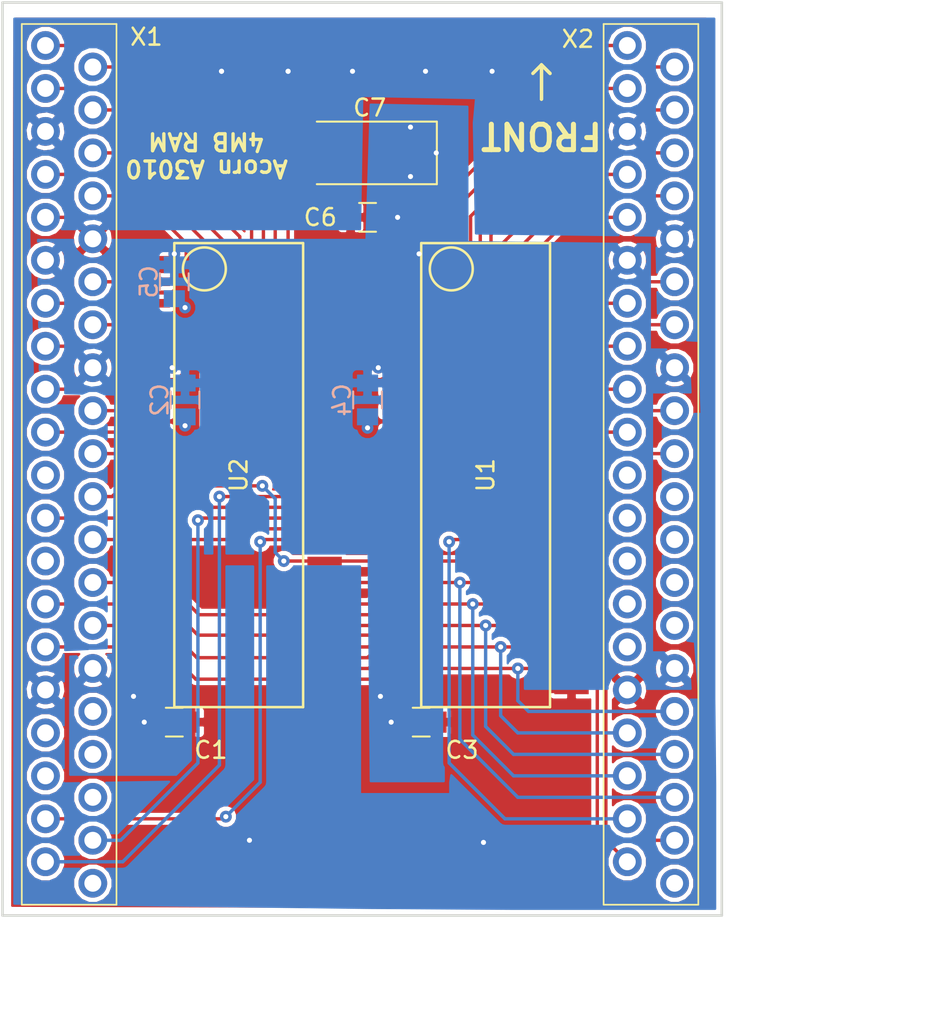
<source format=kicad_pcb>
(kicad_pcb (version 4) (host pcbnew 4.0.7)
  (layers (0 F.Cu signal) (31 B.Cu signal) (34 B.Paste user) (35 F.Paste user) (36 B.SilkS user) (37 F.SilkS user) (38 B.Mask user hide) (39 F.Mask user) (44 Edge.Cuts user))
  (net 0 "")
  (net 1 /D8)
  (net 2 /D9)
  (net 3 /D10)
  (net 4 /D11)
  (net 5 /D13)
  (net 6 /D12)
  (net 7 /D14)
  (net 8 /D15)
  (net 9 /D2)
  (net 10 /D0)
  (net 11 /D1)
  (net 12 /D3)
  (net 13 /D6)
  (net 14 /A1)
  (net 15 /~RAS)
  (net 16 /D4)
  (net 17 /A2)
  (net 18 "Net-(X1-Pad25)")
  (net 19 /A9)
  (net 20 /A4)
  (net 21 /D5)
  (net 22 /D7)
  (net 23 "Net-(X1-Pad21)")
  (net 24 /~WE)
  (net 25 /A0)
  (net 26 /A3)
  (net 27 /~OE)
  (net 28 /A6)
  (net 29 /A8)
  (net 30 /~CAS0)
  (net 31 "Net-(X1-Pad40)")
  (net 32 /A7)
  (net 33 /A5)
  (net 34 /~CAS1)
  (net 35 /~CAS3)
  (net 36 "Net-(X2-Pad40)")
  (net 37 /~CAS2)
  (net 38 "Net-(X2-Pad21)")
  (net 39 /D23)
  (net 40 /D21)
  (net 41 "Net-(X2-Pad25)")
  (net 42 /D20)
  (net 43 /D22)
  (net 44 /D19)
  (net 45 /D17)
  (net 46 /D16)
  (net 47 /D18)
  (net 48 /D31)
  (net 49 /D30)
  (net 50 /D28)
  (net 51 /D29)
  (net 52 /D27)
  (net 53 /D26)
  (net 54 /D25)
  (net 55 /D24)
  (net 56 VSS)
  (net 57 VCC)
  (net 58 "Net-(U1-Pad15)")
  (net 59 "Net-(U1-Pad16)")
  (net 60 "Net-(U2-Pad16)")
  (net 61 "Net-(U2-Pad15)")
  (net 62 "Net-(X1-Pad32)")
  (net 63 "Net-(X1-Pad34)")
  (net 64 "Net-(X1-Pad36)")
  (net 65 "Net-(X1-Pad35)")
  (net 66 "Net-(X1-Pad33)")
  (net 67 "Net-(X2-Pad22)")
  (net 68 "Net-(X2-Pad23)")
  (net 69 "Net-(X2-Pad24)")
  (net 70 "Net-(X2-Pad29)")
  (net 71 "Net-(X2-Pad26)")
  (net 72 "Net-(X2-Pad28)")
  (net 73 "Net-(X2-Pad27)")
  (module VIA-0.6mm (layer F.Cu) (at 148.336 77.724)
    (fp_text reference "" hide)
    (fp_text value VIA-0.6mm hide)
    (pad 1 thru_hole circle (at 0 0) (size 0.6 0.6) (drill 0.3) (layers *.Cu) (net 56 VSS))
  )
  (module VIA-0.6mm (layer F.Cu) (at 140.081 77.724)
    (fp_text reference "" hide)
    (fp_text value VIA-0.6mm hide)
    (pad 1 thru_hole circle (at 0 0) (size 0.6 0.6) (drill 0.3) (layers *.Cu) (net 56 VSS))
  )
  (module VIA-0.6mm (layer F.Cu) (at 144.399 77.724)
    (fp_text reference "" hide)
    (fp_text value VIA-0.6mm hide)
    (pad 1 thru_hole circle (at 0 0) (size 0.6 0.6) (drill 0.3) (layers *.Cu) (net 56 VSS))
  )
  (module VIA-0.6mm (layer F.Cu) (at 132.334 77.724)
    (fp_text reference "" hide)
    (fp_text value VIA-0.6mm hide)
    (pad 1 thru_hole circle (at 0 0) (size 0.6 0.6) (drill 0.3) (layers *.Cu) (net 56 VSS))
  )
  (module VIA-0.6mm (layer F.Cu) (at 136.271 77.724)
    (fp_text reference "" hide)
    (fp_text value VIA-0.6mm hide)
    (pad 1 thru_hole circle (at 0 0) (size 0.6 0.6) (drill 0.3) (layers *.Cu) (net 56 VSS))
  )
  (module VIA-0.6mm (layer F.Cu) (at 136.271 77.724)
    (fp_text reference "" hide)
    (fp_text value VIA-0.6mm hide)
    (pad 1 thru_hole circle (at 0 0) (size 0.6 0.6) (drill 0.3) (layers *.Cu) (net 56 VSS))
  )
  (module VIA-0.6mm (layer F.Cu) (at 147.828 123.317)
    (fp_text reference "" hide)
    (fp_text value VIA-0.6mm hide)
    (pad 1 thru_hole circle (at 0 0) (size 0.6 0.6) (drill 0.3) (layers *.Cu) (net 56 VSS))
  )
  (module VIA-0.6mm (layer F.Cu) (at 132.334 77.724)
    (fp_text reference "" hide)
    (fp_text value VIA-0.6mm hide)
    (pad 1 thru_hole circle (at 0 0) (size 0.6 0.6) (drill 0.3) (layers *.Cu) (net 56 VSS))
  )
  (module VIA-0.6mm (layer F.Cu) (at 133.985 123.19)
    (fp_text reference "" hide)
    (fp_text value VIA-0.6mm hide)
    (pad 1 thru_hole circle (at 0 0) (size 0.6 0.6) (drill 0.3) (layers *.Cu) (net 56 VSS))
  )
  (module SMD_Packages:SOJ-42 (layer F.Cu) (at 133.35 101.6 270)
    (fp_text reference U2 (at 0 0 270) (layer F.SilkS))
    (fp_text value IS41C16105C)
    (pad 21 smd rect (at 12.7 5.08 270) (size 0.508 2.032) (layers F.Cu F.Paste F.Mask) (net 57 VCC))
    (pad 20 smd rect (at 11.43 5.08 270) (size 0.508 2.032) (layers F.Cu F.Paste F.Mask) (net 26 /A3))
    (pad 19 smd rect (at 10.16 5.08 270) (size 0.508 2.032) (layers F.Cu F.Paste F.Mask) (net 17 /A2))
    (pad 18 smd rect (at 8.89 5.08 270) (size 0.508 2.032) (layers F.Cu F.Paste F.Mask) (net 14 /A1))
    (pad 17 smd rect (at 7.62 5.08 270) (size 0.508 2.032) (layers F.Cu F.Paste F.Mask) (net 25 /A0))
    (pad 16 smd rect (at 6.35 5.08 270) (size 0.508 2.032) (layers F.Cu F.Paste F.Mask) (net 60 "Net-(U2-Pad16)"))
    (pad 15 smd rect (at 5.08 5.08 270) (size 0.508 2.032) (layers F.Cu F.Paste F.Mask) (net 61 "Net-(U2-Pad15)"))
    (pad 14 smd rect (at 3.81 5.08 270) (size 0.508 2.032) (layers F.Cu F.Paste F.Mask) (net 15 /~RAS))
    (pad 13 smd rect (at 2.54 5.08 270) (size 0.508 2.032) (layers F.Cu F.Paste F.Mask) (net 24 /~WE))
    (pad 12 smd rect (at 1.27 5.08 270) (size 0.508 2.032) (layers F.Cu F.Paste F.Mask))
    (pad 22 smd rect (at 12.7 -5.08 270) (size 0.508 2.032) (layers F.Cu F.Paste F.Mask) (net 56 VSS))
    (pad 23 smd rect (at 11.43 -5.08 270) (size 0.508 2.032) (layers F.Cu F.Paste F.Mask) (net 20 /A4))
    (pad 24 smd rect (at 10.16 -5.08 270) (size 0.508 2.032) (layers F.Cu F.Paste F.Mask) (net 33 /A5))
    (pad 25 smd rect (at 8.89 -5.08 270) (size 0.508 2.032) (layers F.Cu F.Paste F.Mask) (net 28 /A6))
    (pad 26 smd rect (at 7.62 -5.08 270) (size 0.508 2.032) (layers F.Cu F.Paste F.Mask) (net 32 /A7))
    (pad 27 smd rect (at 6.35 -5.08 270) (size 0.508 2.032) (layers F.Cu F.Paste F.Mask) (net 29 /A8))
    (pad 28 smd rect (at 5.08 -5.08 270) (size 0.508 2.032) (layers F.Cu F.Paste F.Mask) (net 19 /A9))
    (pad 29 smd rect (at 3.81 -5.08 270) (size 0.508 2.032) (layers F.Cu F.Paste F.Mask) (net 27 /~OE))
    (pad 30 smd rect (at 2.54 -5.08 270) (size 0.508 2.032) (layers F.Cu F.Paste F.Mask) (net 34 /~CAS1))
    (pad 31 smd rect (at 1.27 -5.08 270) (size 0.508 2.032) (layers F.Cu F.Paste F.Mask) (net 30 /~CAS0))
    (pad 1 smd rect (at -12.7 5.08 270) (size 0.508 2.032) (layers F.Cu F.Paste F.Mask) (net 57 VCC))
    (pad 2 smd rect (at -11.43 5.08 270) (size 0.508 2.032) (layers F.Cu F.Paste F.Mask) (net 10 /D0))
    (pad 3 smd rect (at -10.16 5.08 270) (size 0.508 2.032) (layers F.Cu F.Paste F.Mask) (net 11 /D1))
    (pad 4 smd rect (at -8.89 5.08 270) (size 0.508 2.032) (layers F.Cu F.Paste F.Mask) (net 9 /D2))
    (pad 5 smd rect (at -7.62 5.08 270) (size 0.508 2.032) (layers F.Cu F.Paste F.Mask) (net 12 /D3))
    (pad 6 smd rect (at -6.35 5.08 270) (size 0.508 2.032) (layers F.Cu F.Paste F.Mask) (net 57 VCC))
    (pad 7 smd rect (at -5.08 5.08 270) (size 0.508 2.032) (layers F.Cu F.Paste F.Mask) (net 16 /D4))
    (pad 8 smd rect (at -3.81 5.08 270) (size 0.508 2.032) (layers F.Cu F.Paste F.Mask) (net 21 /D5))
    (pad 9 smd rect (at -2.54 5.08 270) (size 0.508 2.032) (layers F.Cu F.Paste F.Mask) (net 13 /D6))
    (pad 10 smd rect (at -1.27 5.08 270) (size 0.508 2.032) (layers F.Cu F.Paste F.Mask) (net 22 /D7))
    (pad 42 smd rect (at -12.7 -5.08 270) (size 0.508 2.032) (layers F.Cu F.Paste F.Mask) (net 56 VSS))
    (pad 41 smd rect (at -11.43 -5.08 270) (size 0.508 2.032) (layers F.Cu F.Paste F.Mask) (net 1 /D8))
    (pad 40 smd rect (at -10.16 -5.08 270) (size 0.508 2.032) (layers F.Cu F.Paste F.Mask) (net 2 /D9))
    (pad 39 smd rect (at -8.89 -5.08 270) (size 0.508 2.032) (layers F.Cu F.Paste F.Mask) (net 3 /D10))
    (pad 38 smd rect (at -7.62 -5.08 270) (size 0.508 2.032) (layers F.Cu F.Paste F.Mask) (net 4 /D11))
    (pad 37 smd rect (at -6.35 -5.08 270) (size 0.508 2.032) (layers F.Cu F.Paste F.Mask) (net 56 VSS))
    (pad 36 smd rect (at -5.08 -5.08 270) (size 0.508 2.032) (layers F.Cu F.Paste F.Mask) (net 6 /D12))
    (pad 35 smd rect (at -3.81 -5.08 270) (size 0.508 2.032) (layers F.Cu F.Paste F.Mask) (net 5 /D13))
    (pad 34 smd rect (at -2.54 -5.08 270) (size 0.508 2.032) (layers F.Cu F.Paste F.Mask) (net 7 /D14))
    (pad 33 smd rect (at -1.27 -5.08 270) (size 0.508 2.032) (layers F.Cu F.Paste F.Mask) (net 8 /D15))
    (pad 11 smd rect (at 0 5.08 270) (size 0.508 2.032) (layers F.Cu F.Paste F.Mask))
    (pad 32 smd rect (at 0 -5.08 270) (size 0.508 2.032) (layers F.Cu F.Paste F.Mask))
  )
  (module SMD_Packages:SOJ-42 (layer F.Cu) (at 147.955 101.6 270)
    (fp_text reference U1 (at 0 0 270) (layer F.SilkS))
    (fp_text value IS41C16105C)
    (pad 32 smd rect (at 0 -5.08 270) (size 0.508 2.032) (layers F.Cu F.Paste F.Mask))
    (pad 11 smd rect (at 0 5.08 270) (size 0.508 2.032) (layers F.Cu F.Paste F.Mask))
    (pad 33 smd rect (at -1.27 -5.08 270) (size 0.508 2.032) (layers F.Cu F.Paste F.Mask) (net 39 /D23))
    (pad 34 smd rect (at -2.54 -5.08 270) (size 0.508 2.032) (layers F.Cu F.Paste F.Mask) (net 43 /D22))
    (pad 35 smd rect (at -3.81 -5.08 270) (size 0.508 2.032) (layers F.Cu F.Paste F.Mask) (net 40 /D21))
    (pad 36 smd rect (at -5.08 -5.08 270) (size 0.508 2.032) (layers F.Cu F.Paste F.Mask) (net 42 /D20))
    (pad 37 smd rect (at -6.35 -5.08 270) (size 0.508 2.032) (layers F.Cu F.Paste F.Mask) (net 56 VSS))
    (pad 38 smd rect (at -7.62 -5.08 270) (size 0.508 2.032) (layers F.Cu F.Paste F.Mask) (net 44 /D19))
    (pad 39 smd rect (at -8.89 -5.08 270) (size 0.508 2.032) (layers F.Cu F.Paste F.Mask) (net 47 /D18))
    (pad 40 smd rect (at -10.16 -5.08 270) (size 0.508 2.032) (layers F.Cu F.Paste F.Mask) (net 45 /D17))
    (pad 41 smd rect (at -11.43 -5.08 270) (size 0.508 2.032) (layers F.Cu F.Paste F.Mask) (net 46 /D16))
    (pad 42 smd rect (at -12.7 -5.08 270) (size 0.508 2.032) (layers F.Cu F.Paste F.Mask) (net 56 VSS))
    (pad 10 smd rect (at -1.27 5.08 270) (size 0.508 2.032) (layers F.Cu F.Paste F.Mask) (net 48 /D31))
    (pad 9 smd rect (at -2.54 5.08 270) (size 0.508 2.032) (layers F.Cu F.Paste F.Mask) (net 49 /D30))
    (pad 8 smd rect (at -3.81 5.08 270) (size 0.508 2.032) (layers F.Cu F.Paste F.Mask) (net 51 /D29))
    (pad 7 smd rect (at -5.08 5.08 270) (size 0.508 2.032) (layers F.Cu F.Paste F.Mask) (net 50 /D28))
    (pad 6 smd rect (at -6.35 5.08 270) (size 0.508 2.032) (layers F.Cu F.Paste F.Mask) (net 57 VCC))
    (pad 5 smd rect (at -7.62 5.08 270) (size 0.508 2.032) (layers F.Cu F.Paste F.Mask) (net 52 /D27))
    (pad 4 smd rect (at -8.89 5.08 270) (size 0.508 2.032) (layers F.Cu F.Paste F.Mask) (net 53 /D26))
    (pad 3 smd rect (at -10.16 5.08 270) (size 0.508 2.032) (layers F.Cu F.Paste F.Mask) (net 54 /D25))
    (pad 2 smd rect (at -11.43 5.08 270) (size 0.508 2.032) (layers F.Cu F.Paste F.Mask) (net 55 /D24))
    (pad 1 smd rect (at -12.7 5.08 270) (size 0.508 2.032) (layers F.Cu F.Paste F.Mask) (net 57 VCC))
    (pad 31 smd rect (at 1.27 -5.08 270) (size 0.508 2.032) (layers F.Cu F.Paste F.Mask) (net 35 /~CAS3))
    (pad 30 smd rect (at 2.54 -5.08 270) (size 0.508 2.032) (layers F.Cu F.Paste F.Mask) (net 37 /~CAS2))
    (pad 29 smd rect (at 3.81 -5.08 270) (size 0.508 2.032) (layers F.Cu F.Paste F.Mask) (net 27 /~OE))
    (pad 28 smd rect (at 5.08 -5.08 270) (size 0.508 2.032) (layers F.Cu F.Paste F.Mask) (net 19 /A9))
    (pad 27 smd rect (at 6.35 -5.08 270) (size 0.508 2.032) (layers F.Cu F.Paste F.Mask) (net 29 /A8))
    (pad 26 smd rect (at 7.62 -5.08 270) (size 0.508 2.032) (layers F.Cu F.Paste F.Mask) (net 32 /A7))
    (pad 25 smd rect (at 8.89 -5.08 270) (size 0.508 2.032) (layers F.Cu F.Paste F.Mask) (net 28 /A6))
    (pad 24 smd rect (at 10.16 -5.08 270) (size 0.508 2.032) (layers F.Cu F.Paste F.Mask) (net 33 /A5))
    (pad 23 smd rect (at 11.43 -5.08 270) (size 0.508 2.032) (layers F.Cu F.Paste F.Mask) (net 20 /A4))
    (pad 22 smd rect (at 12.7 -5.08 270) (size 0.508 2.032) (layers F.Cu F.Paste F.Mask) (net 56 VSS))
    (pad 12 smd rect (at 1.27 5.08 270) (size 0.508 2.032) (layers F.Cu F.Paste F.Mask))
    (pad 13 smd rect (at 2.54 5.08 270) (size 0.508 2.032) (layers F.Cu F.Paste F.Mask) (net 24 /~WE))
    (pad 14 smd rect (at 3.81 5.08 270) (size 0.508 2.032) (layers F.Cu F.Paste F.Mask) (net 15 /~RAS))
    (pad 15 smd rect (at 5.08 5.08 270) (size 0.508 2.032) (layers F.Cu F.Paste F.Mask) (net 58 "Net-(U1-Pad15)"))
    (pad 16 smd rect (at 6.35 5.08 270) (size 0.508 2.032) (layers F.Cu F.Paste F.Mask) (net 59 "Net-(U1-Pad16)"))
    (pad 17 smd rect (at 7.62 5.08 270) (size 0.508 2.032) (layers F.Cu F.Paste F.Mask) (net 25 /A0))
    (pad 18 smd rect (at 8.89 5.08 270) (size 0.508 2.032) (layers F.Cu F.Paste F.Mask) (net 14 /A1))
    (pad 19 smd rect (at 10.16 5.08 270) (size 0.508 2.032) (layers F.Cu F.Paste F.Mask) (net 17 /A2))
    (pad 20 smd rect (at 11.43 5.08 270) (size 0.508 2.032) (layers F.Cu F.Paste F.Mask) (net 26 /A3))
    (pad 21 smd rect (at 12.7 5.08 270) (size 0.508 2.032) (layers F.Cu F.Paste F.Mask) (net 57 VCC))
  )
  (module oakram:ZIP40-P-475-1.27 (layer F.Cu) (at 123.32 100.33)
    (fp_text reference X1 (at 4.569 -24.638) (layer F.SilkS))
    (fp_text value ZIP40)
    (pad 1 thru_hole circle (at -1.4 -24.13) (size 1.7 1.7) (drill 1) (layers *.Cu *.Mask) (net 1 /D8))
    (pad 2 thru_hole circle (at 1.4 -22.86) (size 1.7 1.7) (drill 1) (layers *.Cu *.Mask) (net 2 /D9))
    (pad 3 thru_hole circle (at -1.4 -21.59) (size 1.7 1.7) (drill 1) (layers *.Cu *.Mask) (net 3 /D10))
    (pad 4 thru_hole circle (at 1.4 -20.32) (size 1.7 1.7) (drill 1) (layers *.Cu *.Mask) (net 4 /D11))
    (pad 7 thru_hole circle (at -1.4 -16.51) (size 1.7 1.7) (drill 1) (layers *.Cu *.Mask) (net 5 /D13))
    (pad 5 thru_hole circle (at -1.4 -19.05) (size 1.7 1.7) (drill 1) (layers *.Cu *.Mask) (net 56 VSS))
    (pad 6 thru_hole circle (at 1.4 -17.78) (size 1.7 1.7) (drill 1) (layers *.Cu *.Mask) (net 6 /D12))
    (pad 8 thru_hole circle (at 1.4 -15.24) (size 1.7 1.7) (drill 1) (layers *.Cu *.Mask) (net 7 /D14))
    (pad 11 thru_hole circle (at -1.4 -11.43) (size 1.7 1.7) (drill 1) (layers *.Cu *.Mask) (net 57 VCC))
    (pad 16 thru_hole circle (at 1.4 -5.08) (size 1.7 1.7) (drill 1) (layers *.Cu *.Mask) (net 57 VCC))
    (pad 9 thru_hole circle (at -1.4 -13.97) (size 1.7 1.7) (drill 1) (layers *.Cu *.Mask) (net 8 /D15))
    (pad 14 thru_hole circle (at 1.4 -7.62) (size 1.7 1.7) (drill 1) (layers *.Cu *.Mask) (net 9 /D2))
    (pad 10 thru_hole circle (at 1.4 -12.7) (size 1.7 1.7) (drill 1) (layers *.Cu *.Mask) (net 56 VSS))
    (pad 12 thru_hole circle (at 1.4 -10.16) (size 1.7 1.7) (drill 1) (layers *.Cu *.Mask) (net 10 /D0))
    (pad 13 thru_hole circle (at -1.4 -8.89) (size 1.7 1.7) (drill 1) (layers *.Cu *.Mask) (net 11 /D1))
    (pad 15 thru_hole circle (at -1.4 -6.35) (size 1.7 1.7) (drill 1) (layers *.Cu *.Mask) (net 12 /D3))
    (pad 19 thru_hole circle (at -1.4 -1.27) (size 1.7 1.7) (drill 1) (layers *.Cu *.Mask) (net 13 /D6))
    (pad 27 thru_hole circle (at -1.4 8.89) (size 1.7 1.7) (drill 1) (layers *.Cu *.Mask) (net 14 /A1))
    (pad 24 thru_hole circle (at 1.4 5.08) (size 1.7 1.7) (drill 1) (layers *.Cu *.Mask) (net 15 /~RAS))
    (pad 17 thru_hole circle (at -1.4 -3.81) (size 1.7 1.7) (drill 1) (layers *.Cu *.Mask) (net 16 /D4))
    (pad 28 thru_hole circle (at 1.4 10.16) (size 1.7 1.7) (drill 1) (layers *.Cu *.Mask) (net 17 /A2))
    (pad 25 thru_hole circle (at -1.4 6.35) (size 1.7 1.7) (drill 1) (layers *.Cu *.Mask) (net 18 "Net-(X1-Pad25)"))
    (pad 22 thru_hole circle (at 1.4 2.54) (size 1.7 1.7) (drill 1) (layers *.Cu *.Mask) (net 19 /A9))
    (pad 32 thru_hole circle (at 1.4 15.24) (size 1.7 1.7) (drill 1) (layers *.Cu *.Mask) (net 62 "Net-(X1-Pad32)"))
    (pad 18 thru_hole circle (at 1.4 -2.54) (size 1.7 1.7) (drill 1) (layers *.Cu *.Mask) (net 21 /D5))
    (pad 20 thru_hole circle (at 1.4 0) (size 1.7 1.7) (drill 1) (layers *.Cu *.Mask) (net 22 /D7))
    (pad 21 thru_hole circle (at -1.4 1.27) (size 1.7 1.7) (drill 1) (layers *.Cu *.Mask) (net 23 "Net-(X1-Pad21)"))
    (pad 23 thru_hole circle (at -1.4 3.81) (size 1.7 1.7) (drill 1) (layers *.Cu *.Mask) (net 24 /~WE))
    (pad 26 thru_hole circle (at 1.4 7.62) (size 1.7 1.7) (drill 1) (layers *.Cu *.Mask) (net 25 /A0))
    (pad 29 thru_hole circle (at -1.4 11.43) (size 1.7 1.7) (drill 1) (layers *.Cu *.Mask) (net 26 /A3))
    (pad 31 thru_hole circle (at -1.4 13.97) (size 1.7 1.7) (drill 1) (layers *.Cu *.Mask) (net 56 VSS))
    (pad 30 thru_hole circle (at 1.4 12.7) (size 1.7 1.7) (drill 1) (layers *.Cu *.Mask) (net 57 VCC))
    (pad 37 thru_hole circle (at -1.4 21.59) (size 1.7 1.7) (drill 1) (layers *.Cu *.Mask) (net 27 /~OE))
    (pad 34 thru_hole circle (at 1.4 17.78) (size 1.7 1.7) (drill 1) (layers *.Cu *.Mask) (net 63 "Net-(X1-Pad34)"))
    (pad 36 thru_hole circle (at 1.4 20.32) (size 1.7 1.7) (drill 1) (layers *.Cu *.Mask) (net 64 "Net-(X1-Pad36)"))
    (pad 39 thru_hole circle (at -1.4 24.13) (size 1.7 1.7) (drill 1) (layers *.Cu *.Mask) (net 30 /~CAS0))
    (pad 40 thru_hole circle (at 1.4 25.4) (size 1.7 1.7) (drill 1) (layers *.Cu *.Mask) (net 31 "Net-(X1-Pad40)"))
    (pad 35 thru_hole circle (at -1.4 19.05) (size 1.7 1.7) (drill 1) (layers *.Cu *.Mask) (net 65 "Net-(X1-Pad35)"))
    (pad 33 thru_hole circle (at -1.4 16.51) (size 1.7 1.7) (drill 1) (layers *.Cu *.Mask) (net 66 "Net-(X1-Pad33)"))
    (pad 38 thru_hole circle (at 1.4 22.86) (size 1.7 1.7) (drill 1) (layers *.Cu *.Mask) (net 34 /~CAS1))
  )
  (module oakram:ZIP40-P-475-1.27 (layer F.Cu) (at 157.734 100.33)
    (fp_text reference X2 (at -4.318 -24.511) (layer F.SilkS))
    (fp_text value ZIP40)
    (pad 38 thru_hole circle (at 1.4 22.86) (size 1.7 1.7) (drill 1) (layers *.Cu *.Mask) (net 35 /~CAS3))
    (pad 33 thru_hole circle (at -1.4 16.51) (size 1.7 1.7) (drill 1) (layers *.Cu *.Mask) (net 33 /A5))
    (pad 35 thru_hole circle (at -1.4 19.05) (size 1.7 1.7) (drill 1) (layers *.Cu *.Mask) (net 32 /A7))
    (pad 40 thru_hole circle (at 1.4 25.4) (size 1.7 1.7) (drill 1) (layers *.Cu *.Mask) (net 36 "Net-(X2-Pad40)"))
    (pad 39 thru_hole circle (at -1.4 24.13) (size 1.7 1.7) (drill 1) (layers *.Cu *.Mask) (net 37 /~CAS2))
    (pad 36 thru_hole circle (at 1.4 20.32) (size 1.7 1.7) (drill 1) (layers *.Cu *.Mask) (net 29 /A8))
    (pad 34 thru_hole circle (at 1.4 17.78) (size 1.7 1.7) (drill 1) (layers *.Cu *.Mask) (net 28 /A6))
    (pad 37 thru_hole circle (at -1.4 21.59) (size 1.7 1.7) (drill 1) (layers *.Cu *.Mask) (net 27 /~OE))
    (pad 30 thru_hole circle (at 1.4 12.7) (size 1.7 1.7) (drill 1) (layers *.Cu *.Mask) (net 57 VCC))
    (pad 31 thru_hole circle (at -1.4 13.97) (size 1.7 1.7) (drill 1) (layers *.Cu *.Mask) (net 56 VSS))
    (pad 29 thru_hole circle (at -1.4 11.43) (size 1.7 1.7) (drill 1) (layers *.Cu *.Mask) (net 70 "Net-(X2-Pad29)"))
    (pad 26 thru_hole circle (at 1.4 7.62) (size 1.7 1.7) (drill 1) (layers *.Cu *.Mask) (net 71 "Net-(X2-Pad26)"))
    (pad 23 thru_hole circle (at -1.4 3.81) (size 1.7 1.7) (drill 1) (layers *.Cu *.Mask) (net 68 "Net-(X2-Pad23)"))
    (pad 21 thru_hole circle (at -1.4 1.27) (size 1.7 1.7) (drill 1) (layers *.Cu *.Mask) (net 38 "Net-(X2-Pad21)"))
    (pad 20 thru_hole circle (at 1.4 0) (size 1.7 1.7) (drill 1) (layers *.Cu *.Mask) (net 39 /D23))
    (pad 18 thru_hole circle (at 1.4 -2.54) (size 1.7 1.7) (drill 1) (layers *.Cu *.Mask) (net 40 /D21))
    (pad 32 thru_hole circle (at 1.4 15.24) (size 1.7 1.7) (drill 1) (layers *.Cu *.Mask) (net 20 /A4))
    (pad 22 thru_hole circle (at 1.4 2.54) (size 1.7 1.7) (drill 1) (layers *.Cu *.Mask) (net 67 "Net-(X2-Pad22)"))
    (pad 25 thru_hole circle (at -1.4 6.35) (size 1.7 1.7) (drill 1) (layers *.Cu *.Mask) (net 41 "Net-(X2-Pad25)"))
    (pad 28 thru_hole circle (at 1.4 10.16) (size 1.7 1.7) (drill 1) (layers *.Cu *.Mask) (net 72 "Net-(X2-Pad28)"))
    (pad 17 thru_hole circle (at -1.4 -3.81) (size 1.7 1.7) (drill 1) (layers *.Cu *.Mask) (net 42 /D20))
    (pad 24 thru_hole circle (at 1.4 5.08) (size 1.7 1.7) (drill 1) (layers *.Cu *.Mask) (net 69 "Net-(X2-Pad24)"))
    (pad 27 thru_hole circle (at -1.4 8.89) (size 1.7 1.7) (drill 1) (layers *.Cu *.Mask) (net 73 "Net-(X2-Pad27)"))
    (pad 19 thru_hole circle (at -1.4 -1.27) (size 1.7 1.7) (drill 1) (layers *.Cu *.Mask) (net 43 /D22))
    (pad 15 thru_hole circle (at -1.4 -6.35) (size 1.7 1.7) (drill 1) (layers *.Cu *.Mask) (net 44 /D19))
    (pad 13 thru_hole circle (at -1.4 -8.89) (size 1.7 1.7) (drill 1) (layers *.Cu *.Mask) (net 45 /D17))
    (pad 12 thru_hole circle (at 1.4 -10.16) (size 1.7 1.7) (drill 1) (layers *.Cu *.Mask) (net 46 /D16))
    (pad 10 thru_hole circle (at 1.4 -12.7) (size 1.7 1.7) (drill 1) (layers *.Cu *.Mask) (net 56 VSS))
    (pad 14 thru_hole circle (at 1.4 -7.62) (size 1.7 1.7) (drill 1) (layers *.Cu *.Mask) (net 47 /D18))
    (pad 9 thru_hole circle (at -1.4 -13.97) (size 1.7 1.7) (drill 1) (layers *.Cu *.Mask) (net 48 /D31))
    (pad 16 thru_hole circle (at 1.4 -5.08) (size 1.7 1.7) (drill 1) (layers *.Cu *.Mask) (net 57 VCC))
    (pad 11 thru_hole circle (at -1.4 -11.43) (size 1.7 1.7) (drill 1) (layers *.Cu *.Mask) (net 57 VCC))
    (pad 8 thru_hole circle (at 1.4 -15.24) (size 1.7 1.7) (drill 1) (layers *.Cu *.Mask) (net 49 /D30))
    (pad 6 thru_hole circle (at 1.4 -17.78) (size 1.7 1.7) (drill 1) (layers *.Cu *.Mask) (net 50 /D28))
    (pad 5 thru_hole circle (at -1.4 -19.05) (size 1.7 1.7) (drill 1) (layers *.Cu *.Mask) (net 56 VSS))
    (pad 7 thru_hole circle (at -1.4 -16.51) (size 1.7 1.7) (drill 1) (layers *.Cu *.Mask) (net 51 /D29))
    (pad 4 thru_hole circle (at 1.4 -20.32) (size 1.7 1.7) (drill 1) (layers *.Cu *.Mask) (net 52 /D27))
    (pad 3 thru_hole circle (at -1.4 -21.59) (size 1.7 1.7) (drill 1) (layers *.Cu *.Mask) (net 53 /D26))
    (pad 2 thru_hole circle (at 1.4 -22.86) (size 1.7 1.7) (drill 1) (layers *.Cu *.Mask) (net 54 /D25))
    (pad 1 thru_hole circle (at -1.4 -24.13) (size 1.7 1.7) (drill 1) (layers *.Cu *.Mask) (net 55 /D24))
  )
  (module Capacitors_SMD:C_0805 (layer F.Cu) (at 129.54 116.205)
    (fp_text reference C1 (at 2.159 1.651) (layer F.SilkS))
    (fp_text value 2,2u)
    (pad 2 smd rect (at 1 0) (size 1 1.25) (layers F.Cu F.Paste F.Mask) (net 56 VSS))
    (pad 1 smd rect (at -1 0) (size 1 1.25) (layers F.Cu F.Paste F.Mask) (net 57 VCC))
  )
  (module Capacitors_SMD:C_0805 (layer B.Cu) (at 130.175 97.155 270)
    (fp_text reference C2 (at 0 1.5 270) (layer B.SilkS) (effects (justify mirror)))
    (fp_text value 2,2u)
    (pad 1 smd rect (at -1 0 270) (size 1 1.25) (layers B.Cu B.Paste B.Mask) (net 57 VCC))
    (pad 2 smd rect (at 1 0 270) (size 1 1.25) (layers B.Cu B.Paste B.Mask) (net 56 VSS))
  )
  (module Capacitors_SMD:C_0805 (layer F.Cu) (at 144.145 116.205)
    (fp_text reference C3 (at 2.413 1.651) (layer F.SilkS))
    (fp_text value 2,2u)
    (pad 2 smd rect (at 1 0) (size 1 1.25) (layers F.Cu F.Paste F.Mask) (net 56 VSS))
    (pad 1 smd rect (at -1 0) (size 1 1.25) (layers F.Cu F.Paste F.Mask) (net 57 VCC))
  )
  (module Capacitors_SMD:C_0805 (layer B.Cu) (at 140.97 97.155 270)
    (fp_text reference C4 (at 0 1.5 270) (layer B.SilkS) (effects (justify mirror)))
    (fp_text value 2,2u)
    (pad 1 smd rect (at -1 0 270) (size 1 1.25) (layers B.Cu B.Paste B.Mask) (net 57 VCC))
    (pad 2 smd rect (at 1 0 270) (size 1 1.25) (layers B.Cu B.Paste B.Mask) (net 56 VSS))
  )
  (module Capacitors_SMD:C_0805 (layer B.Cu) (at 129.54 90.17 270)
    (fp_text reference C5 (at 0 1.5 270) (layer B.SilkS) (effects (justify mirror)))
    (fp_text value 2,2u)
    (pad 2 smd rect (at 1 0 270) (size 1 1.25) (layers B.Cu B.Paste B.Mask) (net 56 VSS))
    (pad 1 smd rect (at -1 0 270) (size 1 1.25) (layers B.Cu B.Paste B.Mask) (net 57 VCC))
  )
  (module Capacitors_SMD:C_0805 (layer F.Cu) (at 140.97 86.36 180)
    (fp_text reference C6 (at 2.794 0 180) (layer F.SilkS))
    (fp_text value 2,2u)
    (pad 1 smd rect (at -1 0 180) (size 1 1.25) (layers F.Cu F.Paste F.Mask) (net 57 VCC))
    (pad 2 smd rect (at 1 0 180) (size 1 1.25) (layers F.Cu F.Paste F.Mask) (net 56 VSS))
  )
  (module Capacitors_Tantalum_SMD:CP_Tantalum_Case-C_EIA-6032-28_Reflow (layer F.Cu) (at 140.97 82.55 180)
    (fp_text reference C7 (at -0.127 2.667 360) (layer F.SilkS))
    (fp_text value "47u 16V")
    (pad 2 smd rect (at 2.525 0 180) (size 2.55 2.5) (layers F.Cu F.Paste F.Mask) (net 56 VSS))
    (pad 1 smd rect (at -2.525 0 180) (size 2.55 2.5) (layers F.Cu F.Paste F.Mask) (net 57 VCC))
  )
  (gr_text FRONT (at 151.257 81.534 180) (layer F.SilkS) (effects (font (size 1.5 1.5) (thickness 0.3))))
  (gr_line (start 151.257 77.343) (end 150.749 77.851) (angle 90) (layer F.SilkS) (width 0.2))
  (gr_line (start 151.765 77.851) (end 151.257 77.343) (angle 90) (layer F.SilkS) (width 0.2))
  (gr_line (start 151.257 77.343) (end 151.765 77.851) (angle 90) (layer F.SilkS) (width 0.2))
  (gr_line (start 151.257 79.375) (end 151.257 77.343) (angle 90) (layer F.SilkS) (width 0.2))
  (gr_line (start 151.257 77.47) (end 151.257 79.375) (angle 90) (layer F.SilkS) (width 0.2))
  (gr_text "Acorn A3010\n4MB RAM" (at 131.445 82.677 180) (layer F.SilkS) (effects (font (size 1 1) (thickness 0.2))))
  (gr_text "tnt2017\ndj2018" (at 141.097 123.317 180) (layer F.Cu) (effects (font (size 1.5 1.5) (thickness 0.3))))
  (gr_line (start 119.38 127.635) (end 119.38 73.66) (layer Edge.Cuts) (width 0.15))
  (gr_line (start 161.925 127.635) (end 119.38 127.635) (layer Edge.Cuts) (width 0.15))
  (gr_line (start 161.925 73.66) (end 161.925 127.635) (layer Edge.Cuts) (width 0.15))
  (gr_line (start 119.38 73.66) (end 161.925 73.66) (layer Edge.Cuts) (width 0.15))
  (segment (start 138.43 90.17) (end 136.7155 90.17) (width 0.2) (layer F.Cu) (net 1))
  (segment (start 127.1905 76.2) (end 121.92 76.2) (width 0.2) (layer F.Cu) (net 1))
  (segment (start 136.271 85.2805) (end 127.1905 76.2) (width 0.2) (layer F.Cu) (net 1))
  (segment (start 136.271 89.7255) (end 136.271 85.2805) (width 0.2) (layer F.Cu) (net 1))
  (segment (start 136.7155 90.17) (end 136.271 89.7255) (width 0.2) (layer F.Cu) (net 1))
  (segment (start 138.43 91.44) (end 136.398 91.44) (width 0.2) (layer F.Cu) (net 2))
  (segment (start 127.381 77.47) (end 124.72 77.47) (width 0.2) (layer F.Cu) (net 2))
  (segment (start 135.509 85.598) (end 127.381 77.47) (width 0.2) (layer F.Cu) (net 2))
  (segment (start 135.509 90.551) (end 135.509 85.598) (width 0.2) (layer F.Cu) (net 2))
  (segment (start 136.398 91.44) (end 135.509 90.551) (width 0.2) (layer F.Cu) (net 2))
  (segment (start 138.43 92.71) (end 135.255 92.71) (width 0.2) (layer F.Cu) (net 3))
  (segment (start 127.381 78.74) (end 121.92 78.74) (width 0.2) (layer F.Cu) (net 3))
  (segment (start 134.8105 86.1695) (end 127.381 78.74) (width 0.2) (layer F.Cu) (net 3))
  (segment (start 134.8105 92.2655) (end 134.8105 86.1695) (width 0.2) (layer F.Cu) (net 3))
  (segment (start 135.255 92.71) (end 134.8105 92.2655) (width 0.2) (layer F.Cu) (net 3))
  (segment (start 138.43 93.98) (end 135.3185 93.98) (width 0.2) (layer F.Cu) (net 4))
  (segment (start 127.127 80.01) (end 124.72 80.01) (width 0.2) (layer F.Cu) (net 4))
  (segment (start 134.112 86.995) (end 127.127 80.01) (width 0.2) (layer F.Cu) (net 4))
  (segment (start 134.112 92.7735) (end 134.112 86.995) (width 0.2) (layer F.Cu) (net 4))
  (segment (start 135.3185 93.98) (end 134.112 92.7735) (width 0.2) (layer F.Cu) (net 4))
  (segment (start 138.43 97.79) (end 133.223 97.79) (width 0.2) (layer F.Cu) (net 5))
  (segment (start 128.524 83.82) (end 121.92 83.82) (width 0.2) (layer F.Cu) (net 5))
  (segment (start 132.6515 87.9475) (end 128.524 83.82) (width 0.2) (layer F.Cu) (net 5))
  (segment (start 132.6515 97.2185) (end 132.6515 87.9475) (width 0.2) (layer F.Cu) (net 5))
  (segment (start 133.223 97.79) (end 132.6515 97.2185) (width 0.2) (layer F.Cu) (net 5))
  (segment (start 138.43 96.52) (end 135.0645 96.52) (width 0.2) (layer F.Cu) (net 6))
  (segment (start 128.4605 82.55) (end 124.72 82.55) (width 0.2) (layer F.Cu) (net 6))
  (segment (start 133.4135 87.503) (end 128.4605 82.55) (width 0.2) (layer F.Cu) (net 6))
  (segment (start 133.4135 94.869) (end 133.4135 87.503) (width 0.2) (layer F.Cu) (net 6))
  (segment (start 135.0645 96.52) (end 133.4135 94.869) (width 0.2) (layer F.Cu) (net 6))
  (segment (start 138.43 99.06) (end 132.969 99.06) (width 0.2) (layer F.Cu) (net 7))
  (segment (start 128.651 85.09) (end 124.72 85.09) (width 0.2) (layer F.Cu) (net 7))
  (segment (start 132.08 88.519) (end 128.651 85.09) (width 0.2) (layer F.Cu) (net 7))
  (segment (start 132.08 98.171) (end 132.08 88.519) (width 0.2) (layer F.Cu) (net 7))
  (segment (start 132.969 99.06) (end 132.08 98.171) (width 0.2) (layer F.Cu) (net 7))
  (segment (start 138.43 100.33) (end 132.6515 100.33) (width 0.2) (layer F.Cu) (net 8))
  (segment (start 128.7145 86.36) (end 121.92 86.36) (width 0.2) (layer F.Cu) (net 8))
  (segment (start 131.3815 89.027) (end 128.7145 86.36) (width 0.2) (layer F.Cu) (net 8))
  (segment (start 131.3815 99.06) (end 131.3815 89.027) (width 0.2) (layer F.Cu) (net 8))
  (segment (start 132.6515 100.33) (end 131.3815 99.06) (width 0.2) (layer F.Cu) (net 8))
  (segment (start 128.27 92.71) (end 124.72 92.71) (width 0.2) (layer F.Cu) (net 9))
  (segment (start 128.27 90.17) (end 124.72 90.17) (width 0.2) (layer F.Cu) (net 10))
  (segment (start 128.27 91.44) (end 121.92 91.44) (width 0.2) (layer F.Cu) (net 11))
  (segment (start 128.27 93.98) (end 121.92 93.98) (width 0.2) (layer F.Cu) (net 12))
  (segment (start 128.27 99.06) (end 121.92 99.06) (width 0.2) (layer F.Cu) (net 13))
  (segment (start 128.27 110.49) (end 127.381 110.49) (width 0.2) (layer F.Cu) (net 14))
  (segment (start 127.381 110.49) (end 126.111 109.22) (width 0.2) (layer F.Cu) (net 14))
  (segment (start 126.111 109.22) (end 121.92 109.22) (width 0.2) (layer F.Cu) (net 14))
  (segment (start 142.875 110.49) (end 141.6685 110.49) (width 0.2) (layer F.Cu) (net 14))
  (segment (start 130.3655 110.49) (end 128.27 110.49) (width 0.2) (layer F.Cu) (net 14))
  (segment (start 130.937 111.0615) (end 130.3655 110.49) (width 0.2) (layer F.Cu) (net 14))
  (segment (start 141.097 111.0615) (end 130.937 111.0615) (width 0.2) (layer F.Cu) (net 14))
  (segment (start 141.6685 110.49) (end 141.097 111.0615) (width 0.2) (layer F.Cu) (net 14))
  (segment (start 124.72 105.41) (end 128.27 105.41) (width 0.2) (layer F.Cu) (net 15))
  (segment (start 128.27 105.41) (end 133.731 105.41) (width 0.2) (layer F.Cu) (net 15))
  (segment (start 133.731 105.41) (end 134.366 104.775) (width 0.2) (layer F.Cu) (net 15))
  (segment (start 134.366 104.775) (end 139.7 104.775) (width 0.2) (layer F.Cu) (net 15))
  (segment (start 139.7 104.775) (end 140.335 105.41) (width 0.2) (layer F.Cu) (net 15))
  (segment (start 140.335 105.41) (end 142.875 105.41) (width 0.2) (layer F.Cu) (net 15))
  (segment (start 128.27 96.52) (end 121.92 96.52) (width 0.2) (layer F.Cu) (net 16))
  (segment (start 128.27 111.76) (end 127.381 111.76) (width 0.2) (layer F.Cu) (net 17))
  (segment (start 127.381 111.76) (end 126.111 110.49) (width 0.2) (layer F.Cu) (net 17))
  (segment (start 126.111 110.49) (end 124.72 110.49) (width 0.2) (layer F.Cu) (net 17))
  (segment (start 142.875 111.76) (end 141.605 111.76) (width 0.2) (layer F.Cu) (net 17))
  (segment (start 130.2385 111.76) (end 128.27 111.76) (width 0.2) (layer F.Cu) (net 17))
  (segment (start 130.8735 112.395) (end 130.2385 111.76) (width 0.2) (layer F.Cu) (net 17))
  (segment (start 140.97 112.395) (end 130.8735 112.395) (width 0.2) (layer F.Cu) (net 17))
  (segment (start 141.605 111.76) (end 140.97 112.395) (width 0.2) (layer F.Cu) (net 17))
  (segment (start 138.43 106.68) (end 136.017 106.68) (width 0.2) (layer F.Cu) (net 19))
  (segment (start 125.857 102.87) (end 124.72 102.87) (width 0.2) (layer F.Cu) (net 19))
  (segment (start 126.492 102.235) (end 125.857 102.87) (width 0.2) (layer F.Cu) (net 19))
  (segment (start 134.747 102.235) (end 126.492 102.235) (width 0.2) (layer F.Cu) (net 19))
  (via (at 134.747 102.235) (size 0.7) (drill 0.3) (layers F.Cu B.Cu) (net 19))
  (segment (start 135.509 102.997) (end 134.747 102.235) (width 0.2) (layer B.Cu) (net 19))
  (segment (start 135.509 106.172) (end 135.509 102.997) (width 0.2) (layer B.Cu) (net 19))
  (segment (start 136.017 106.68) (end 135.509 106.172) (width 0.2) (layer B.Cu) (net 19))
  (via (at 136.017 106.68) (size 0.7) (drill 0.3) (layers F.Cu B.Cu) (net 19))
  (segment (start 138.43 106.68) (end 141.097 106.68) (width 0.2) (layer F.Cu) (net 19))
  (segment (start 144.653 106.68) (end 153.035 106.68) (width 0.2) (layer F.Cu) (net 19))
  (segment (start 144.018 106.045) (end 144.653 106.68) (width 0.2) (layer F.Cu) (net 19))
  (segment (start 141.732 106.045) (end 144.018 106.045) (width 0.2) (layer F.Cu) (net 19))
  (segment (start 141.097 106.68) (end 141.732 106.045) (width 0.2) (layer F.Cu) (net 19))
  (via (at 149.86 113.03) (size 0.7) (drill 0.3) (layers F.Cu B.Cu) (net 20))
  (segment (start 159.134 115.57) (end 150.495 115.57) (width 0.2) (layer B.Cu) (net 20))
  (segment (start 149.86 114.935) (end 150.495 115.57) (width 0.2) (layer B.Cu) (net 20))
  (segment (start 149.86 114.935) (end 149.86 113.03) (width 0.2) (layer B.Cu) (net 20))
  (segment (start 138.43 113.03) (end 141.0335 113.03) (width 0.2) (layer F.Cu) (net 20))
  (segment (start 144.4625 113.03) (end 149.86 113.03) (width 0.2) (layer F.Cu) (net 20))
  (segment (start 149.86 113.03) (end 153.035 113.03) (width 0.2) (layer F.Cu) (net 20))
  (segment (start 143.891 112.4585) (end 144.4625 113.03) (width 0.2) (layer F.Cu) (net 20))
  (segment (start 141.605 112.4585) (end 143.891 112.4585) (width 0.2) (layer F.Cu) (net 20))
  (segment (start 141.0335 113.03) (end 141.605 112.4585) (width 0.2) (layer F.Cu) (net 20))
  (segment (start 128.27 97.79) (end 124.72 97.79) (width 0.2) (layer F.Cu) (net 21))
  (segment (start 128.27 100.33) (end 124.72 100.33) (width 0.2) (layer F.Cu) (net 22))
  (segment (start 128.27 104.14) (end 121.92 104.14) (width 0.2) (layer F.Cu) (net 24))
  (segment (start 142.875 104.14) (end 140.462 104.14) (width 0.2) (layer F.Cu) (net 24))
  (segment (start 130.048 104.14) (end 128.27 104.14) (width 0.2) (layer F.Cu) (net 24))
  (segment (start 130.683 103.505) (end 130.048 104.14) (width 0.2) (layer F.Cu) (net 24))
  (segment (start 139.827 103.505) (end 130.683 103.505) (width 0.2) (layer F.Cu) (net 24))
  (segment (start 140.462 104.14) (end 139.827 103.505) (width 0.2) (layer F.Cu) (net 24))
  (segment (start 128.27 109.22) (end 127.381 109.22) (width 0.2) (layer F.Cu) (net 25))
  (segment (start 127.381 109.22) (end 126.111 107.95) (width 0.2) (layer F.Cu) (net 25))
  (segment (start 126.111 107.95) (end 124.72 107.95) (width 0.2) (layer F.Cu) (net 25))
  (segment (start 142.875 109.22) (end 141.6685 109.22) (width 0.2) (layer F.Cu) (net 25))
  (segment (start 130.3655 109.22) (end 128.27 109.22) (width 0.2) (layer F.Cu) (net 25))
  (segment (start 131.0005 109.855) (end 130.3655 109.22) (width 0.2) (layer F.Cu) (net 25))
  (segment (start 141.0335 109.855) (end 131.0005 109.855) (width 0.2) (layer F.Cu) (net 25))
  (segment (start 141.6685 109.22) (end 141.0335 109.855) (width 0.2) (layer F.Cu) (net 25))
  (segment (start 128.27 113.03) (end 127.3175 113.03) (width 0.2) (layer F.Cu) (net 26))
  (segment (start 127.3175 113.03) (end 126.0475 111.76) (width 0.2) (layer F.Cu) (net 26))
  (segment (start 126.0475 111.76) (end 121.92 111.76) (width 0.2) (layer F.Cu) (net 26))
  (segment (start 142.875 113.03) (end 142.113 113.03) (width 0.2) (layer F.Cu) (net 26))
  (segment (start 142.113 113.03) (end 141.478 113.665) (width 0.2) (layer F.Cu) (net 26))
  (segment (start 141.478 113.665) (end 130.81 113.665) (width 0.2) (layer F.Cu) (net 26))
  (segment (start 130.81 113.665) (end 130.175 113.03) (width 0.2) (layer F.Cu) (net 26))
  (segment (start 130.175 113.03) (end 128.27 113.03) (width 0.2) (layer F.Cu) (net 26))
  (segment (start 138.43 105.41) (end 134.747 105.41) (width 0.2) (layer F.Cu) (net 27))
  (segment (start 132.461 121.92) (end 121.92 121.92) (width 0.2) (layer F.Cu) (net 27))
  (segment (start 132.588 121.793) (end 132.461 121.92) (width 0.2) (layer F.Cu) (net 27))
  (via (at 132.588 121.793) (size 0.7) (drill 0.3) (layers F.Cu B.Cu) (net 27))
  (segment (start 134.62 119.761) (end 132.588 121.793) (width 0.2) (layer B.Cu) (net 27))
  (segment (start 134.62 105.537) (end 134.62 119.761) (width 0.2) (layer B.Cu) (net 27))
  (via (at 134.62 105.537) (size 0.7) (drill 0.3) (layers F.Cu B.Cu) (net 27))
  (segment (start 134.747 105.41) (end 134.62 105.537) (width 0.2) (layer F.Cu) (net 27))
  (segment (start 153.035 105.41) (end 145.923 105.41) (width 0.2) (layer F.Cu) (net 27))
  (segment (start 149.098 121.92) (end 156.334 121.92) (width 0.2) (layer B.Cu) (net 27))
  (segment (start 145.796 118.618) (end 149.098 121.92) (width 0.2) (layer B.Cu) (net 27))
  (segment (start 145.796 105.537) (end 145.796 118.618) (width 0.2) (layer B.Cu) (net 27))
  (via (at 145.796 105.537) (size 0.7) (drill 0.3) (layers F.Cu B.Cu) (net 27))
  (segment (start 145.923 105.41) (end 145.796 105.537) (width 0.2) (layer F.Cu) (net 27))
  (via (at 147.955 110.49) (size 0.7) (drill 0.3) (layers F.Cu B.Cu) (net 28))
  (segment (start 159.134 118.11) (end 149.606 118.11) (width 0.2) (layer B.Cu) (net 28))
  (segment (start 147.955 116.459) (end 149.606 118.11) (width 0.2) (layer B.Cu) (net 28))
  (segment (start 147.955 116.459) (end 147.955 110.49) (width 0.2) (layer B.Cu) (net 28))
  (segment (start 153.035 110.49) (end 147.955 110.49) (width 0.2) (layer F.Cu) (net 28))
  (segment (start 147.955 110.49) (end 144.4625 110.49) (width 0.2) (layer F.Cu) (net 28))
  (segment (start 141.0335 110.49) (end 141.6685 109.855) (width 0.2) (layer F.Cu) (net 28))
  (segment (start 141.6685 109.855) (end 143.8275 109.855) (width 0.2) (layer F.Cu) (net 28))
  (segment (start 143.8275 109.855) (end 144.4625 110.49) (width 0.2) (layer F.Cu) (net 28))
  (segment (start 141.0335 110.49) (end 138.43 110.49) (width 0.2) (layer F.Cu) (net 28))
  (segment (start 146.431 107.95) (end 146.431 117.221) (width 0.2) (layer B.Cu) (net 29))
  (via (at 146.431 107.95) (size 0.7) (drill 0.3) (layers F.Cu B.Cu) (net 29))
  (segment (start 149.86 120.65) (end 159.134 120.65) (width 0.2) (layer B.Cu) (net 29))
  (segment (start 146.431 117.221) (end 149.86 120.65) (width 0.2) (layer B.Cu) (net 29))
  (segment (start 138.43 107.95) (end 141.097 107.95) (width 0.2) (layer F.Cu) (net 29))
  (segment (start 144.526 107.95) (end 146.431 107.95) (width 0.2) (layer F.Cu) (net 29))
  (segment (start 146.431 107.95) (end 153.035 107.95) (width 0.2) (layer F.Cu) (net 29))
  (segment (start 143.9545 107.3785) (end 144.526 107.95) (width 0.2) (layer F.Cu) (net 29))
  (segment (start 141.6685 107.3785) (end 143.9545 107.3785) (width 0.2) (layer F.Cu) (net 29))
  (segment (start 141.097 107.95) (end 141.6685 107.3785) (width 0.2) (layer F.Cu) (net 29))
  (segment (start 121.92 124.46) (end 126.492 124.46) (width 0.2) (layer B.Cu) (net 30))
  (segment (start 132.207 118.745) (end 132.207 102.87) (width 0.2) (layer B.Cu) (net 30))
  (segment (start 126.492 124.46) (end 132.207 118.745) (width 0.2) (layer B.Cu) (net 30))
  (segment (start 138.43 102.87) (end 132.207 102.87) (width 0.2) (layer F.Cu) (net 30))
  (via (at 132.207 102.87) (size 0.7) (drill 0.3) (layers F.Cu B.Cu) (net 30))
  (segment (start 147.193 109.22) (end 147.193 116.967) (width 0.2) (layer B.Cu) (net 32))
  (via (at 147.193 109.22) (size 0.7) (drill 0.3) (layers F.Cu B.Cu) (net 32))
  (segment (start 149.606 119.38) (end 156.334 119.38) (width 0.2) (layer B.Cu) (net 32))
  (segment (start 147.193 116.967) (end 149.606 119.38) (width 0.2) (layer B.Cu) (net 32))
  (segment (start 138.43 109.22) (end 141.097 109.22) (width 0.2) (layer F.Cu) (net 32))
  (segment (start 144.526 109.22) (end 147.193 109.22) (width 0.2) (layer F.Cu) (net 32))
  (segment (start 147.193 109.22) (end 153.035 109.22) (width 0.2) (layer F.Cu) (net 32))
  (segment (start 143.9545 108.6485) (end 144.526 109.22) (width 0.2) (layer F.Cu) (net 32))
  (segment (start 141.6685 108.6485) (end 143.9545 108.6485) (width 0.2) (layer F.Cu) (net 32))
  (segment (start 141.097 109.22) (end 141.6685 108.6485) (width 0.2) (layer F.Cu) (net 32))
  (via (at 148.844 111.76) (size 0.7) (drill 0.3) (layers F.Cu B.Cu) (net 33))
  (segment (start 156.334 116.84) (end 149.86 116.84) (width 0.2) (layer B.Cu) (net 33))
  (segment (start 148.844 115.824) (end 149.86 116.84) (width 0.2) (layer B.Cu) (net 33))
  (segment (start 148.844 115.824) (end 148.844 111.76) (width 0.2) (layer B.Cu) (net 33))
  (segment (start 138.43 111.76) (end 141.0335 111.76) (width 0.2) (layer F.Cu) (net 33))
  (segment (start 144.4625 111.76) (end 148.844 111.76) (width 0.2) (layer F.Cu) (net 33))
  (segment (start 148.844 111.76) (end 153.035 111.76) (width 0.2) (layer F.Cu) (net 33))
  (segment (start 143.891 111.1885) (end 144.4625 111.76) (width 0.2) (layer F.Cu) (net 33))
  (segment (start 141.605 111.1885) (end 143.891 111.1885) (width 0.2) (layer F.Cu) (net 33))
  (segment (start 141.0335 111.76) (end 141.605 111.1885) (width 0.2) (layer F.Cu) (net 33))
  (segment (start 130.937 104.267) (end 130.937 118.618) (width 0.2) (layer B.Cu) (net 34))
  (segment (start 131.064 104.14) (end 130.937 104.267) (width 0.2) (layer F.Cu) (net 34))
  (via (at 130.937 104.267) (size 0.7) (drill 0.3) (layers F.Cu B.Cu) (net 34))
  (segment (start 138.43 104.14) (end 131.064 104.14) (width 0.2) (layer F.Cu) (net 34))
  (segment (start 126.365 123.19) (end 124.72 123.19) (width 0.2) (layer B.Cu) (net 34))
  (segment (start 130.937 118.618) (end 126.365 123.19) (width 0.2) (layer B.Cu) (net 34))
  (segment (start 153.035 102.87) (end 154.813 102.87) (width 0.2) (layer F.Cu) (net 35))
  (segment (start 155.829 123.19) (end 159.134 123.19) (width 0.2) (layer F.Cu) (net 35))
  (segment (start 155.067 122.428) (end 155.829 123.19) (width 0.2) (layer F.Cu) (net 35))
  (segment (start 155.067 103.124) (end 155.067 122.428) (width 0.2) (layer F.Cu) (net 35))
  (segment (start 154.813 102.87) (end 155.067 103.124) (width 0.2) (layer F.Cu) (net 35))
  (segment (start 153.035 104.14) (end 154.305 104.14) (width 0.2) (layer F.Cu) (net 37))
  (segment (start 154.559 122.685) (end 156.334 124.46) (width 0.2) (layer F.Cu) (net 37))
  (segment (start 154.559 104.394) (end 154.559 122.685) (width 0.2) (layer F.Cu) (net 37))
  (segment (start 154.305 104.14) (end 154.559 104.394) (width 0.2) (layer F.Cu) (net 37))
  (segment (start 153.035 100.33) (end 159.134 100.33) (width 0.2) (layer F.Cu) (net 39))
  (segment (start 153.035 97.79) (end 159.134 97.79) (width 0.2) (layer F.Cu) (net 40))
  (segment (start 153.035 96.52) (end 156.334 96.52) (width 0.2) (layer F.Cu) (net 42))
  (segment (start 153.035 99.06) (end 156.334 99.06) (width 0.2) (layer F.Cu) (net 43))
  (segment (start 153.035 93.98) (end 156.334 93.98) (width 0.2) (layer F.Cu) (net 44))
  (segment (start 153.035 91.44) (end 156.334 91.44) (width 0.2) (layer F.Cu) (net 45))
  (segment (start 153.035 90.17) (end 159.134 90.17) (width 0.2) (layer F.Cu) (net 46))
  (segment (start 153.035 92.71) (end 159.134 92.71) (width 0.2) (layer F.Cu) (net 47))
  (segment (start 142.875 100.33) (end 146.1135 100.33) (width 0.2) (layer F.Cu) (net 48))
  (segment (start 152.9715 86.36) (end 156.334 86.36) (width 0.2) (layer F.Cu) (net 48))
  (segment (start 150.3045 89.027) (end 152.9715 86.36) (width 0.2) (layer F.Cu) (net 48))
  (segment (start 150.3045 96.139) (end 150.3045 89.027) (width 0.2) (layer F.Cu) (net 48))
  (segment (start 146.1135 100.33) (end 150.3045 96.139) (width 0.2) (layer F.Cu) (net 48))
  (segment (start 142.875 99.06) (end 146.1135 99.06) (width 0.2) (layer F.Cu) (net 49))
  (segment (start 153.035 85.09) (end 159.134 85.09) (width 0.2) (layer F.Cu) (net 49))
  (segment (start 149.606 88.519) (end 153.035 85.09) (width 0.2) (layer F.Cu) (net 49))
  (segment (start 149.606 95.5675) (end 149.606 88.519) (width 0.2) (layer F.Cu) (net 49))
  (segment (start 146.1135 99.06) (end 149.606 95.5675) (width 0.2) (layer F.Cu) (net 49))
  (segment (start 142.875 96.52) (end 145.9865 96.52) (width 0.2) (layer F.Cu) (net 50))
  (segment (start 153.0985 82.55) (end 159.134 82.55) (width 0.2) (layer F.Cu) (net 50))
  (segment (start 148.2725 87.376) (end 153.0985 82.55) (width 0.2) (layer F.Cu) (net 50))
  (segment (start 148.2725 94.234) (end 148.2725 87.376) (width 0.2) (layer F.Cu) (net 50))
  (segment (start 145.9865 96.52) (end 148.2725 94.234) (width 0.2) (layer F.Cu) (net 50))
  (segment (start 142.875 97.79) (end 146.05 97.79) (width 0.2) (layer F.Cu) (net 51))
  (segment (start 153.035 83.82) (end 156.334 83.82) (width 0.2) (layer F.Cu) (net 51))
  (segment (start 148.9075 87.9475) (end 153.035 83.82) (width 0.2) (layer F.Cu) (net 51))
  (segment (start 148.9075 94.9325) (end 148.9075 87.9475) (width 0.2) (layer F.Cu) (net 51))
  (segment (start 146.05 97.79) (end 148.9075 94.9325) (width 0.2) (layer F.Cu) (net 51))
  (segment (start 142.875 93.98) (end 146.431 93.98) (width 0.2) (layer F.Cu) (net 52))
  (segment (start 154.6225 80.01) (end 159.134 80.01) (width 0.2) (layer F.Cu) (net 52))
  (segment (start 147.6375 86.995) (end 154.6225 80.01) (width 0.2) (layer F.Cu) (net 52))
  (segment (start 147.6375 92.7735) (end 147.6375 86.995) (width 0.2) (layer F.Cu) (net 52))
  (segment (start 146.431 93.98) (end 147.6375 92.7735) (width 0.2) (layer F.Cu) (net 52))
  (segment (start 142.875 92.71) (end 146.304 92.71) (width 0.2) (layer F.Cu) (net 53))
  (segment (start 154.6225 78.74) (end 156.334 78.74) (width 0.2) (layer F.Cu) (net 53))
  (segment (start 147.066 86.2965) (end 154.6225 78.74) (width 0.2) (layer F.Cu) (net 53))
  (segment (start 147.066 91.948) (end 147.066 86.2965) (width 0.2) (layer F.Cu) (net 53))
  (segment (start 146.304 92.71) (end 147.066 91.948) (width 0.2) (layer F.Cu) (net 53))
  (segment (start 142.875 91.44) (end 145.923 91.44) (width 0.2) (layer F.Cu) (net 54))
  (segment (start 154.559 77.47) (end 159.134 77.47) (width 0.2) (layer F.Cu) (net 54))
  (segment (start 146.4945 85.5345) (end 154.559 77.47) (width 0.2) (layer F.Cu) (net 54))
  (segment (start 146.4945 90.8685) (end 146.4945 85.5345) (width 0.2) (layer F.Cu) (net 54))
  (segment (start 145.923 91.44) (end 146.4945 90.8685) (width 0.2) (layer F.Cu) (net 54))
  (segment (start 142.875 90.17) (end 145.2245 90.17) (width 0.2) (layer F.Cu) (net 55))
  (segment (start 154.559 76.2) (end 156.334 76.2) (width 0.2) (layer F.Cu) (net 55))
  (segment (start 145.8595 84.8995) (end 154.559 76.2) (width 0.2) (layer F.Cu) (net 55))
  (segment (start 145.8595 89.535) (end 145.8595 84.8995) (width 0.2) (layer F.Cu) (net 55))
  (segment (start 145.2245 90.17) (end 145.8595 89.535) (width 0.2) (layer F.Cu) (net 55))
  (segment (start 140.97 98.155) (end 140.97 98.806) (width 0.2) (layer B.Cu) (net 56))
  (via (at 140.97 98.806) (size 0.7) (drill 0.3) (layers F.Cu B.Cu) (net 56))
  (segment (start 130.175 98.155) (end 130.175 98.679) (width 0.2) (layer B.Cu) (net 56))
  (via (at 130.175 98.679) (size 0.7) (drill 0.3) (layers F.Cu B.Cu) (net 56))
  (segment (start 129.54 91.17) (end 129.651 91.17) (width 0.2) (layer B.Cu) (net 56))
  (segment (start 129.651 91.17) (end 130.175 91.694) (width 0.2) (layer B.Cu) (net 56))
  (via (at 130.175 91.694) (size 0.7) (drill 0.3) (layers F.Cu B.Cu) (net 56))
  (segment (start 129.54 91.17) (end 129.54 91.313) (width 0.2) (layer B.Cu) (net 56))
  (segment (start 128.27 88.9) (end 129.159 88.9) (width 0.2) (layer F.Cu) (net 57))
  (segment (start 129.159 88.9) (end 129.54 88.519) (width 0.2) (layer F.Cu) (net 57))
  (via (at 129.54 88.519) (size 0.7) (drill 0.3) (layers F.Cu B.Cu) (net 57))
  (segment (start 129.54 88.519) (end 129.54 89.17) (width 0.2) (layer B.Cu) (net 57))
  (segment (start 128.27 114.3) (end 127.508 114.3) (width 0.2) (layer F.Cu) (net 57))
  (segment (start 127.508 114.3) (end 127.127 114.681) (width 0.2) (layer F.Cu) (net 57))
  (via (at 127.127 114.681) (size 0.7) (drill 0.3) (layers F.Cu B.Cu) (net 57))
  (segment (start 142.875 114.3) (end 142.113 114.3) (width 0.2) (layer F.Cu) (net 57))
  (segment (start 142.113 114.3) (end 141.732 114.681) (width 0.2) (layer F.Cu) (net 57))
  (via (at 141.732 114.681) (size 0.7) (drill 0.3) (layers F.Cu B.Cu) (net 57))
  (segment (start 143.145 116.205) (end 142.367 116.205) (width 0.2) (layer F.Cu) (net 57))
  (via (at 142.367 116.205) (size 0.7) (drill 0.3) (layers F.Cu B.Cu) (net 57))
  (segment (start 128.54 116.205) (end 127.762 116.205) (width 0.2) (layer F.Cu) (net 57))
  (via (at 127.762 116.205) (size 0.7) (drill 0.3) (layers F.Cu B.Cu) (net 57))
  (segment (start 142.875 95.25) (end 141.605 95.25) (width 0.2) (layer F.Cu) (net 57))
  (via (at 141.605 95.25) (size 0.7) (drill 0.3) (layers F.Cu B.Cu) (net 57))
  (segment (start 128.27 95.25) (end 129.413 95.25) (width 0.2) (layer F.Cu) (net 57))
  (via (at 129.413 95.25) (size 0.7) (drill 0.3) (layers F.Cu B.Cu) (net 57))
  (segment (start 129.54 89.17) (end 129.54 88.773) (width 0.2) (layer B.Cu) (net 57))
  (segment (start 141.97 86.36) (end 142.748 86.36) (width 0.2) (layer F.Cu) (net 57))
  (via (at 142.748 86.36) (size 0.7) (drill 0.3) (layers F.Cu B.Cu) (net 57))
  (segment (start 142.875 88.9) (end 144.018 88.519) (width 0.2) (layer F.Cu) (net 57))
  (via (at 144.018 88.519) (size 0.7) (drill 0.3) (layers F.Cu B.Cu) (net 57))
  (segment (start 143.495 82.55) (end 143.495 83.932) (width 0.2) (layer F.Cu) (net 57))
  (via (at 143.51 83.947) (size 0.7) (drill 0.3) (layers F.Cu B.Cu) (net 57))
  (segment (start 143.495 83.932) (end 143.51 83.947) (width 0.2) (layer F.Cu) (net 57))
  (segment (start 143.495 82.55) (end 145.034 82.55) (width 0.2) (layer F.Cu) (net 57))
  (via (at 145.034 82.55) (size 0.7) (drill 0.3) (layers F.Cu B.Cu) (net 57))
  (segment (start 143.495 82.55) (end 143.495 81.041) (width 0.2) (layer F.Cu) (net 57))
  (via (at 143.51 81.026) (size 0.7) (drill 0.3) (layers F.Cu B.Cu) (net 57))
  (segment (start 143.495 81.041) (end 143.51 81.026) (width 0.2) (layer F.Cu) (net 57))
  (zone (net 56) (net_name VSS) (layer F.Cu) (connect_pads (clearance 0.254)) (min_thickness 0.127) (fill yes (arc_segments 16) (thermal_gap 0.254) (thermal_bridge_width 0.508))
    (polygon (pts (xy 120.142 74.549) (xy 161.036 74.549) (xy 160.909 127.254) (xy 119.888 127.127) (xy 120.015 74.676)))
  )
  (zone (net 57) (net_name VCC) (layer B.Cu) (connect_pads (clearance 0.254)) (min_thickness 0.127) (fill yes (arc_segments 16) (thermal_gap 0.254) (thermal_bridge_width 0.508))
    (polygon (pts (xy 141.097 79.629) (xy 140.843 87.63) (xy 121.412 87.63) (xy 121.539 96.774) (xy 125.984 96.901) (xy 125.857 112.141) (xy 123.317 112.268) (xy 123.317 119.38) (xy 130.81 119.38) (xy 130.81 106.299) (xy 140.97 106.299) (xy 141.097 119.761) (xy 145.542 119.761) (xy 145.542 114.3) (xy 160.147 114.3) (xy 160.02 112.014) (xy 157.861 112.014) (xy 157.861 96.774) (xy 160.147 96.774) (xy 160.02 94.107) (xy 157.734 94.107) (xy 157.734 88.265) (xy 157.734 87.884) (xy 146.939 87.757) (xy 146.939 79.756)))
  )
  (zone (net 56) (net_name VSS) (layer B.Cu) (connect_pads (clearance 0.254)) (min_thickness 0.127) (fill yes (arc_segments 16) (thermal_gap 0.254) (thermal_bridge_width 0.508))
    (polygon (pts (xy 141.097 127.254) (xy 120.015 127) (xy 120.015 74.549) (xy 161.544 74.549) (xy 161.544 114.808) (xy 161.671 127.381)))
    (polygon (pts (xy 160.274 111.506) (xy 158.369 111.252) (xy 158.369 97.917) (xy 160.655 97.917) (xy 160.528 93.726) (xy 158.115 93.599) (xy 157.988 87.503) (xy 147.32 87.376) (xy 147.193 80.772) (xy 147.32 79.375) (xy 140.716 79.248) (xy 140.716 79.502) (xy 140.589 87.122) (xy 121.031 87.122) (xy 121.031 87.503) (xy 121.285 97.409) (xy 125.603 97.409) (xy 125.603 111.887) (xy 123.063 112.014) (xy 123.063 119.761) (xy 131.191 119.634) (xy 131.191 106.934) (xy 140.589 106.934) (xy 140.589 120.396) (xy 145.796 120.396) (xy 145.796 119.761) (xy 146.431 115.697) (xy 157.353 115.824) (xy 157.988 114.808) (xy 160.528 114.808)))
  )
)
</source>
